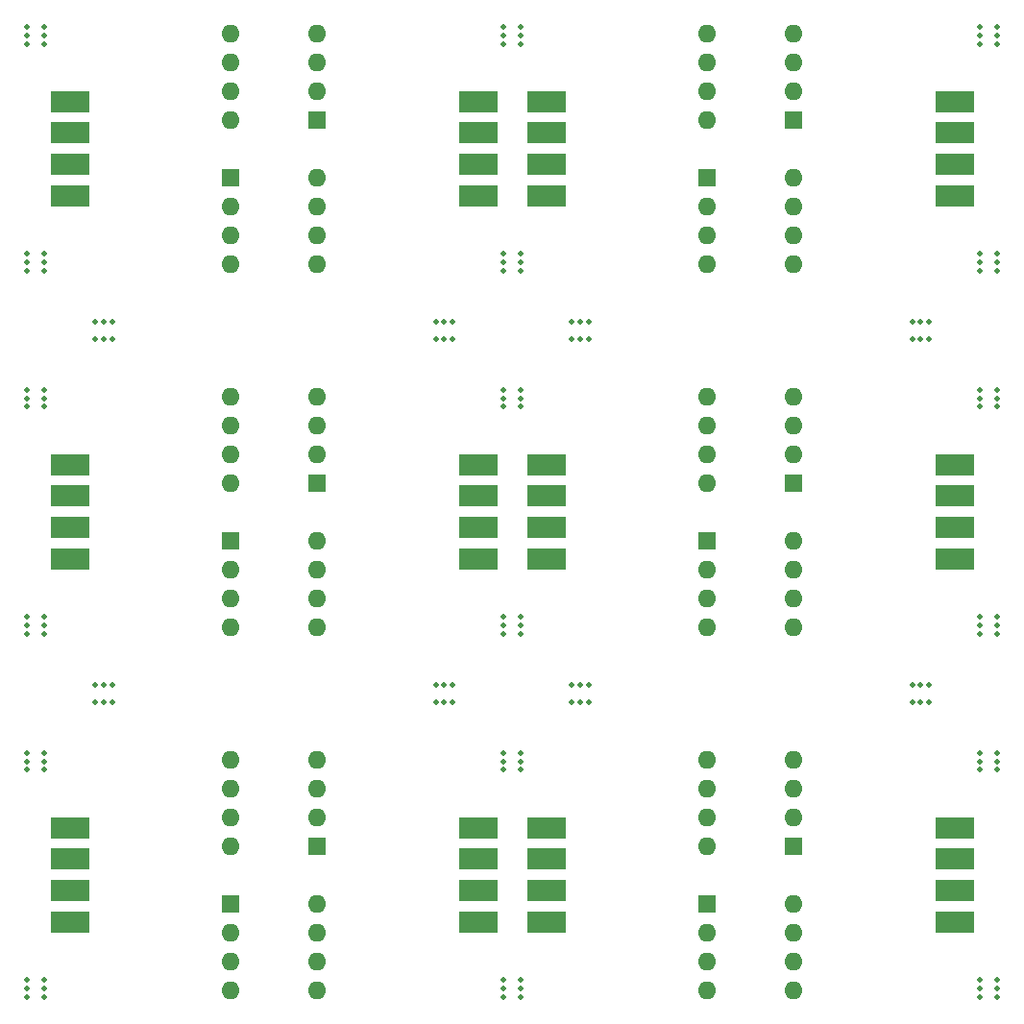
<source format=gbr>
%TF.GenerationSoftware,KiCad,Pcbnew,5.1.8*%
%TF.CreationDate,2020-11-15T21:37:53+00:00*%
%TF.ProjectId,rs232_isolator_panel,72733233-325f-4697-936f-6c61746f725f,rev?*%
%TF.SameCoordinates,PX1d905c0PY2625a00*%
%TF.FileFunction,Soldermask,Bot*%
%TF.FilePolarity,Negative*%
%FSLAX46Y46*%
G04 Gerber Fmt 4.6, Leading zero omitted, Abs format (unit mm)*
G04 Created by KiCad (PCBNEW 5.1.8) date 2020-11-15 21:37:53*
%MOMM*%
%LPD*%
G01*
G04 APERTURE LIST*
%ADD10C,0.500000*%
%ADD11O,1.600000X1.600000*%
%ADD12R,1.600000X1.600000*%
%ADD13R,3.480000X1.846667*%
G04 APERTURE END LIST*
D10*
%TO.C,mouse-bite-2mm-slot*%
X91250000Y-37000000D03*
X92750000Y-37000000D03*
X91250000Y-36250000D03*
X91250000Y-37750000D03*
X92750000Y-37750000D03*
X92750000Y-36250000D03*
%TD*%
%TO.C,mouse-bite-2mm-slot*%
X49250000Y-37000000D03*
X50750000Y-37000000D03*
X49250000Y-36250000D03*
X49250000Y-37750000D03*
X50750000Y-37750000D03*
X50750000Y-36250000D03*
%TD*%
%TO.C,mouse-bite-2mm-slot*%
X7250000Y-37000000D03*
X8750000Y-37000000D03*
X7250000Y-36250000D03*
X7250000Y-37750000D03*
X8750000Y-37750000D03*
X8750000Y-36250000D03*
%TD*%
%TO.C,mouse-bite-2mm-slot*%
X91250000Y-69000000D03*
X92750000Y-69000000D03*
X91250000Y-68250000D03*
X91250000Y-69750000D03*
X92750000Y-69750000D03*
X92750000Y-68250000D03*
%TD*%
%TO.C,mouse-bite-2mm-slot*%
X49250000Y-69000000D03*
X50750000Y-69000000D03*
X49250000Y-68250000D03*
X49250000Y-69750000D03*
X50750000Y-69750000D03*
X50750000Y-68250000D03*
%TD*%
%TO.C,mouse-bite-2mm-slot*%
X7250000Y-69000000D03*
X8750000Y-69000000D03*
X7250000Y-68250000D03*
X7250000Y-69750000D03*
X8750000Y-69750000D03*
X8750000Y-68250000D03*
%TD*%
%TO.C,mouse-bite-2mm-slot*%
X7250000Y-5000000D03*
X8750000Y-5000000D03*
X7250000Y-4250000D03*
X7250000Y-5750000D03*
X8750000Y-5750000D03*
X8750000Y-4250000D03*
%TD*%
%TO.C,mouse-bite-2mm-slot*%
X8750000Y-56250000D03*
X8750000Y-57750000D03*
X7250000Y-57750000D03*
X7250000Y-56250000D03*
X8750000Y-57000000D03*
X7250000Y-57000000D03*
%TD*%
%TO.C,mouse-bite-2mm-slot*%
X56000000Y-63750000D03*
X56000000Y-62250000D03*
X55250000Y-63750000D03*
X56750000Y-63750000D03*
X56750000Y-62250000D03*
X55250000Y-62250000D03*
%TD*%
%TO.C,mouse-bite-2mm-slot*%
X14000000Y-63750000D03*
X14000000Y-62250000D03*
X13250000Y-63750000D03*
X14750000Y-63750000D03*
X14750000Y-62250000D03*
X13250000Y-62250000D03*
%TD*%
%TO.C,mouse-bite-2mm-slot*%
X44000000Y-63750000D03*
X44000000Y-62250000D03*
X43250000Y-63750000D03*
X44750000Y-63750000D03*
X44750000Y-62250000D03*
X43250000Y-62250000D03*
%TD*%
%TO.C,mouse-bite-2mm-slot*%
X49250000Y-57000000D03*
X50750000Y-57000000D03*
X49250000Y-56250000D03*
X49250000Y-57750000D03*
X50750000Y-57750000D03*
X50750000Y-56250000D03*
%TD*%
%TO.C,mouse-bite-2mm-slot*%
X49250000Y-89000000D03*
X50750000Y-89000000D03*
X49250000Y-88250000D03*
X49250000Y-89750000D03*
X50750000Y-89750000D03*
X50750000Y-88250000D03*
%TD*%
%TO.C,mouse-bite-2mm-slot*%
X8750000Y-24250000D03*
X8750000Y-25750000D03*
X7250000Y-25750000D03*
X7250000Y-24250000D03*
X8750000Y-25000000D03*
X7250000Y-25000000D03*
%TD*%
%TO.C,mouse-bite-2mm-slot*%
X43250000Y-30250000D03*
X44750000Y-30250000D03*
X44750000Y-31750000D03*
X43250000Y-31750000D03*
X44000000Y-30250000D03*
X44000000Y-31750000D03*
%TD*%
%TO.C,mouse-bite-2mm-slot*%
X91250000Y-89000000D03*
X92750000Y-89000000D03*
X91250000Y-88250000D03*
X91250000Y-89750000D03*
X92750000Y-89750000D03*
X92750000Y-88250000D03*
%TD*%
%TO.C,mouse-bite-2mm-slot*%
X91250000Y-25000000D03*
X92750000Y-25000000D03*
X91250000Y-24250000D03*
X91250000Y-25750000D03*
X92750000Y-25750000D03*
X92750000Y-24250000D03*
%TD*%
%TO.C,mouse-bite-2mm-slot*%
X91250000Y-57000000D03*
X92750000Y-57000000D03*
X91250000Y-56250000D03*
X91250000Y-57750000D03*
X92750000Y-57750000D03*
X92750000Y-56250000D03*
%TD*%
%TO.C,mouse-bite-2mm-slot*%
X92750000Y-4250000D03*
X92750000Y-5750000D03*
X91250000Y-5750000D03*
X91250000Y-4250000D03*
X92750000Y-5000000D03*
X91250000Y-5000000D03*
%TD*%
%TO.C,mouse-bite-2mm-slot*%
X55250000Y-30250000D03*
X56750000Y-30250000D03*
X56750000Y-31750000D03*
X55250000Y-31750000D03*
X56000000Y-30250000D03*
X56000000Y-31750000D03*
%TD*%
%TO.C,mouse-bite-2mm-slot*%
X49250000Y-25000000D03*
X50750000Y-25000000D03*
X49250000Y-24250000D03*
X49250000Y-25750000D03*
X50750000Y-25750000D03*
X50750000Y-24250000D03*
%TD*%
%TO.C,mouse-bite-2mm-slot*%
X8750000Y-88250000D03*
X8750000Y-89750000D03*
X7250000Y-89750000D03*
X7250000Y-88250000D03*
X8750000Y-89000000D03*
X7250000Y-89000000D03*
%TD*%
%TO.C,mouse-bite-2mm-slot*%
X85250000Y-30250000D03*
X86750000Y-30250000D03*
X86750000Y-31750000D03*
X85250000Y-31750000D03*
X86000000Y-30250000D03*
X86000000Y-31750000D03*
%TD*%
%TO.C,mouse-bite-2mm-slot*%
X50750000Y-4250000D03*
X50750000Y-5750000D03*
X49250000Y-5750000D03*
X49250000Y-4250000D03*
X50750000Y-5000000D03*
X49250000Y-5000000D03*
%TD*%
%TO.C,mouse-bite-2mm-slot*%
X13250000Y-30250000D03*
X14750000Y-30250000D03*
X14750000Y-31750000D03*
X13250000Y-31750000D03*
X14000000Y-30250000D03*
X14000000Y-31750000D03*
%TD*%
%TO.C,mouse-bite-2mm-slot*%
X86000000Y-63750000D03*
X86000000Y-62250000D03*
X85250000Y-63750000D03*
X86750000Y-63750000D03*
X86750000Y-62250000D03*
X85250000Y-62250000D03*
%TD*%
D11*
%TO.C,U2*%
X74810000Y-81540000D03*
X67190000Y-89160000D03*
X74810000Y-84080000D03*
X67190000Y-86620000D03*
X74810000Y-86620000D03*
X67190000Y-84080000D03*
X74810000Y-89160000D03*
D12*
X67190000Y-81540000D03*
%TD*%
D11*
%TO.C,U2*%
X32810000Y-81540000D03*
X25190000Y-89160000D03*
X32810000Y-84080000D03*
X25190000Y-86620000D03*
X32810000Y-86620000D03*
X25190000Y-84080000D03*
X32810000Y-89160000D03*
D12*
X25190000Y-81540000D03*
%TD*%
D11*
%TO.C,U2*%
X74810000Y-49540000D03*
X67190000Y-57160000D03*
X74810000Y-52080000D03*
X67190000Y-54620000D03*
X74810000Y-54620000D03*
X67190000Y-52080000D03*
X74810000Y-57160000D03*
D12*
X67190000Y-49540000D03*
%TD*%
D11*
%TO.C,U2*%
X32810000Y-49540000D03*
X25190000Y-57160000D03*
X32810000Y-52080000D03*
X25190000Y-54620000D03*
X32810000Y-54620000D03*
X25190000Y-52080000D03*
X32810000Y-57160000D03*
D12*
X25190000Y-49540000D03*
%TD*%
D11*
%TO.C,U2*%
X74810000Y-17540000D03*
X67190000Y-25160000D03*
X74810000Y-20080000D03*
X67190000Y-22620000D03*
X74810000Y-22620000D03*
X67190000Y-20080000D03*
X74810000Y-25160000D03*
D12*
X67190000Y-17540000D03*
%TD*%
D13*
%TO.C,J2*%
X89000000Y-83155000D03*
X89000000Y-80385000D03*
X89000000Y-77615000D03*
X89000000Y-74845000D03*
%TD*%
%TO.C,J2*%
X47000000Y-83155000D03*
X47000000Y-80385000D03*
X47000000Y-77615000D03*
X47000000Y-74845000D03*
%TD*%
%TO.C,J2*%
X89000000Y-51155000D03*
X89000000Y-48385000D03*
X89000000Y-45615000D03*
X89000000Y-42845000D03*
%TD*%
%TO.C,J2*%
X47000000Y-51155000D03*
X47000000Y-48385000D03*
X47000000Y-45615000D03*
X47000000Y-42845000D03*
%TD*%
%TO.C,J2*%
X89000000Y-19155000D03*
X89000000Y-16385000D03*
X89000000Y-13615000D03*
X89000000Y-10845000D03*
%TD*%
D11*
%TO.C,U3*%
X67190000Y-76460000D03*
X74810000Y-68840000D03*
X67190000Y-73920000D03*
X74810000Y-71380000D03*
X67190000Y-71380000D03*
X74810000Y-73920000D03*
X67190000Y-68840000D03*
D12*
X74810000Y-76460000D03*
%TD*%
D11*
%TO.C,U3*%
X25190000Y-76460000D03*
X32810000Y-68840000D03*
X25190000Y-73920000D03*
X32810000Y-71380000D03*
X25190000Y-71380000D03*
X32810000Y-73920000D03*
X25190000Y-68840000D03*
D12*
X32810000Y-76460000D03*
%TD*%
D11*
%TO.C,U3*%
X67190000Y-44460000D03*
X74810000Y-36840000D03*
X67190000Y-41920000D03*
X74810000Y-39380000D03*
X67190000Y-39380000D03*
X74810000Y-41920000D03*
X67190000Y-36840000D03*
D12*
X74810000Y-44460000D03*
%TD*%
D11*
%TO.C,U3*%
X25190000Y-44460000D03*
X32810000Y-36840000D03*
X25190000Y-41920000D03*
X32810000Y-39380000D03*
X25190000Y-39380000D03*
X32810000Y-41920000D03*
X25190000Y-36840000D03*
D12*
X32810000Y-44460000D03*
%TD*%
D11*
%TO.C,U3*%
X67190000Y-12460000D03*
X74810000Y-4840000D03*
X67190000Y-9920000D03*
X74810000Y-7380000D03*
X67190000Y-7380000D03*
X74810000Y-9920000D03*
X67190000Y-4840000D03*
D12*
X74810000Y-12460000D03*
%TD*%
D13*
%TO.C,J1*%
X53000000Y-83155000D03*
X53000000Y-80385000D03*
X53000000Y-77615000D03*
X53000000Y-74845000D03*
%TD*%
%TO.C,J1*%
X11000000Y-83155000D03*
X11000000Y-80385000D03*
X11000000Y-77615000D03*
X11000000Y-74845000D03*
%TD*%
%TO.C,J1*%
X53000000Y-51155000D03*
X53000000Y-48385000D03*
X53000000Y-45615000D03*
X53000000Y-42845000D03*
%TD*%
%TO.C,J1*%
X11000000Y-51155000D03*
X11000000Y-48385000D03*
X11000000Y-45615000D03*
X11000000Y-42845000D03*
%TD*%
%TO.C,J1*%
X53000000Y-19155000D03*
X53000000Y-16385000D03*
X53000000Y-13615000D03*
X53000000Y-10845000D03*
%TD*%
%TO.C,J1*%
X11000000Y-10845000D03*
X11000000Y-13615000D03*
X11000000Y-16385000D03*
X11000000Y-19155000D03*
%TD*%
D12*
%TO.C,U2*%
X25190000Y-17540000D03*
D11*
X32810000Y-25160000D03*
X25190000Y-20080000D03*
X32810000Y-22620000D03*
X25190000Y-22620000D03*
X32810000Y-20080000D03*
X25190000Y-25160000D03*
X32810000Y-17540000D03*
%TD*%
D12*
%TO.C,U3*%
X32810000Y-12460000D03*
D11*
X25190000Y-4840000D03*
X32810000Y-9920000D03*
X25190000Y-7380000D03*
X32810000Y-7380000D03*
X25190000Y-9920000D03*
X32810000Y-4840000D03*
X25190000Y-12460000D03*
%TD*%
D13*
%TO.C,J2*%
X47000000Y-10845000D03*
X47000000Y-13615000D03*
X47000000Y-16385000D03*
X47000000Y-19155000D03*
%TD*%
M02*

</source>
